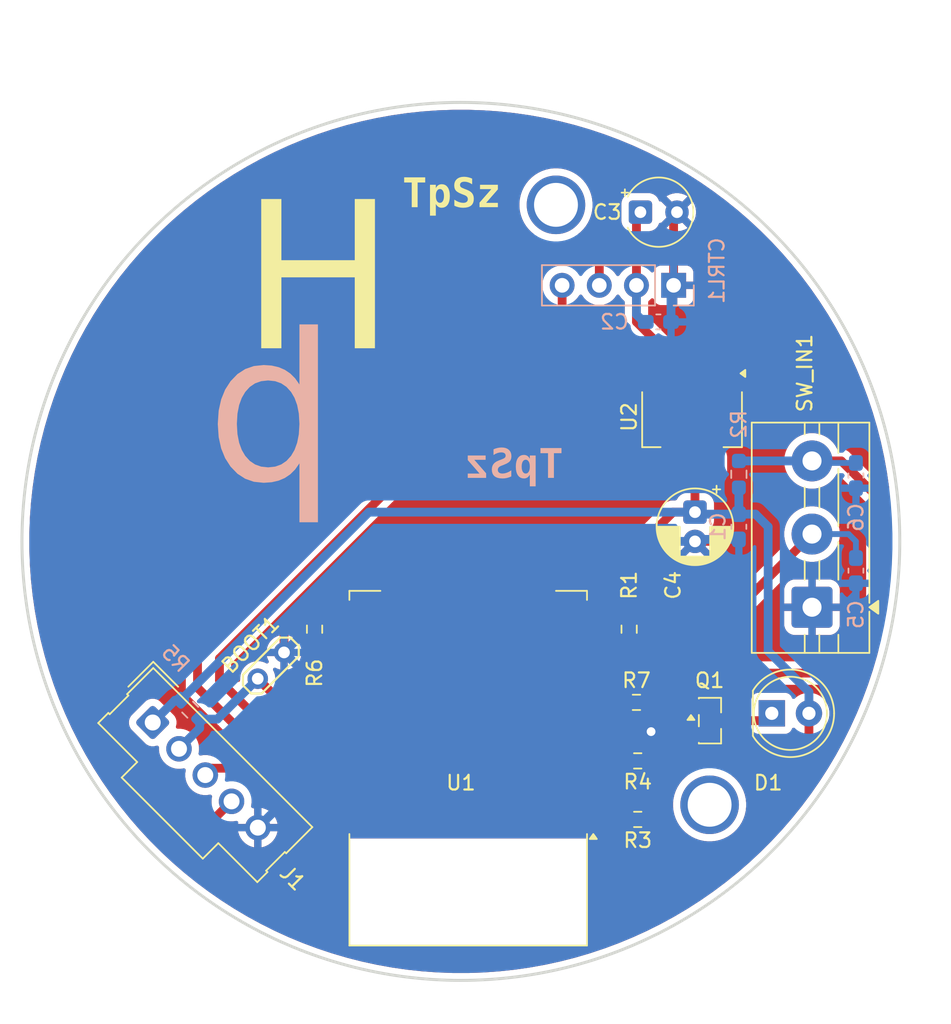
<source format=kicad_pcb>
(kicad_pcb (version 20241229) (generator "pcbnew") (generator_version "9.0")
  (layers (0 "F.Cu" signal) (2 "B.Cu" signal) (13 "F.Paste" user) (15 "B.Paste" user) (5 "F.SilkS" user "F.Silkscreen") (7 "B.SilkS" user "B.Silkscreen") (1 "F.Mask" user) (3 "B.Mask" user) (25 "Edge.Cuts" user))
  (net 0 "")
  (net 1 "BOOT")
  (net 2 "GND")
  (net 3 "DOWN")
  (net 4 "UP")
  (net 5 "+3V3")
  (net 6 "Net-(U1-~{RST})")
  (net 7 "Net-(U1-EN)")
  (net 8 "Net-(U1-GPIO15)")
  (net 9 "IR")
  (net 10 "Net-(Q1-B)")
  (net 14 "RELAY_EN")
  (net 18 "TX")
  (net 21 "RX")
  (net 23 "SSR_EN")
  (net 24 "+12V")
  (net 25 "Net-(D1-K)")
  (footprint "Resistor_SMD:R_0603_1608Metric_Pad0.98x0.95mm_HandSolder" (layer "F.Cu") (at 108.5 113 180)
    (property "Reference" "R7" (at 0 1.5 0) (layer "F.SilkS"))
    (property "Value" "120")
    (fp_line (start -0.254724 0.5225) (end 0.254724 0.5225) (stroke (width 0.12)) (layer "F.SilkS"))
    (fp_line (start -0.254724 -0.5225) (end 0.254724 -0.5225) (stroke (width 0.12)) (layer "F.SilkS"))
    (pad "1" smd roundrect (at -0.9125 0 180) (size 0.975 0.95) (layers "F.Cu" "F.Mask" "F.Paste") (net 10 "Net-(Q1-B)"))
    (pad "2" smd roundrect (at 0.9125 0 180) (size 0.975 0.95) (layers "F.Cu" "F.Mask" "F.Paste") (net 9 "IR"))
  )
  (footprint "Package_TO_SOT_SMD:SOT-23" (layer "F.Cu") (at 113.525 114.25)
    (property "Reference" "Q1" (at -0.025 -2.75 0) (layer "F.SilkS"))
    (property "Value" "BC817")
    (fp_line (start -0.76 -1.56) (end 0.76 -1.56) (stroke (width 0.12)) (layer "F.SilkS"))
    (fp_line (start -0.76 -1.51) (end -0.76 -1.56) (stroke (width 0.12)) (layer "F.SilkS"))
    (fp_line (start -0.76 0.39) (end -0.76 -0.39) (stroke (width 0.12)) (layer "F.SilkS"))
    (fp_line (start -0.76 1.56) (end -0.76 1.51) (stroke (width 0.12)) (layer "F.SilkS"))
    (fp_line (start 0.76 -1.56) (end 0.76 -0.56) (stroke (width 0.12)) (layer "F.SilkS"))
    (fp_line (start 0.76 0.56) (end 0.76 1.56) (stroke (width 0.12)) (layer "F.SilkS"))
    (fp_line (start 0.76 1.56) (end -0.76 1.56) (stroke (width 0.12)) (layer "F.SilkS"))
    (fp_poly (pts (xy -1.3 -0.38) (xy -1.06 -0.05) (xy -1.54 -0.05)) (stroke (width 0.12)) (fill yes) (layer "F.SilkS"))
    (pad "1" smd roundrect (at -0.9375 -0.95) (size 1.475 0.6) (layers "F.Cu" "F.Mask" "F.Paste") (net 10 "Net-(Q1-B)"))
    (pad "2" smd roundrect (at -0.9375 0.95) (size 1.475 0.6) (layers "F.Cu" "F.Mask" "F.Paste") (net 2 "GND"))
    (pad "3" smd roundrect (at 0.9375 0) (size 1.475 0.6) (layers "F.Cu" "F.Mask" "F.Paste") (net 25 "Net-(D1-K)"))
  )
  (footprint "Connector_Molex:Molex_SL_171971-0005_1x05_P2.54mm_Vertical" (layer "F.Cu") (at 75.438228 114.377568 -45)
    (property "Reference" "J1" (at 14.272388 0.75 135) (layer "F.SilkS"))
    (property "Value" "Conn_01x05_Pin" (hide yes))
    (fp_line (start -2.61 2.66) (end 1.16 2.66) (stroke (width 0.12)) (layer "F.SilkS"))
    (fp_line (start -2.61 1.68) (end -2.61 2.66) (stroke (width 0.12)) (layer "F.SilkS"))
    (fp_line (start -2.48 1.68) (end -2.61 1.68) (stroke (width 0.12)) (layer "F.SilkS"))
    (fp_line (start 1.16 4.16) (end 9 4.16) (stroke (width 0.12)) (layer "F.SilkS"))
    (fp_line (start -2.61 -0.13) (end -2.48 -0.13) (stroke (width 0.12)) (layer "F.SilkS"))
    (fp_line (start -2.91 -0.55) (end -2.91 -2.96) (stroke (width 0.12)) (layer "F.SilkS"))
    (fp_line (start -2.48 -0.13) (end -2.48 1.68) (stroke (width 0.12)) (layer "F.SilkS"))
    (fp_line (start 1.16 2.66) (end 1.16 4.16) (stroke (width 0.12)) (layer "F.SilkS"))
    (fp_line (start -2.91 -2.96) (end -0.499999 -2.96) (stroke (width 0.12)) (layer "F.SilkS"))
    (fp_line (start -2.61 -2.66) (end -2.61 -0.13) (stroke (width 0.12)) (layer "F.SilkS"))
    (fp_line (start 9 4.16) (end 9 2.66) (stroke (width 0.12)) (layer "F.SilkS"))
    (fp_line (start 9 2.66) (end 12.770001 2.66) (stroke (width 0.12)) (layer "F.SilkS"))
    (fp_line (start 12.770001 2.66) (end 12.77 1.68) (stroke (width 0.12)) (layer "F.SilkS"))
    (fp_line (start 12.64 1.68) (end 12.64 -0.13) (stroke (width 0.12)) (layer "F.SilkS"))
    (fp_line (start 12.77 1.68) (end 12.64 1.68) (stroke (width 0.12)) (layer "F.SilkS"))
    (fp_line (start 12.64 -0.13) (end 12.77 -0.129999) (stroke (width 0.12)) (layer "F.SilkS"))
    (fp_line (start 12.77 -0.129999) (end 12.770001 -2.66) (stroke (width 0.12)) (layer "F.SilkS"))
    (fp_line (start 12.770001 -2.66) (end -2.61 -2.66) (stroke (width 0.12)) (layer "F.SilkS"))
    (pad "1" thru_hole roundrect (at 0 0 315) (size 1.74 1.74) (drill 1.09) (layers "*.Cu" "*.Mask") (roundrect_rratio 0.143678) (net 5 "+3V3"))
    (pad "2" thru_hole circle (at 2.54 0 315) (size 1.74 1.74) (drill 1.09) (layers "*.Cu" "*.Mask") (net 1 "BOOT"))
    (pad "3" thru_hole circle (at 5.079999 0 315) (size 1.74 1.74) (drill 1.09) (layers "*.Cu" "*.Mask") (net 21 "RX"))
    (pad "4" thru_hole circle (at 7.62 0 315) (size 1.74 1.74) (drill 1.09) (layers "*.Cu" "*.Mask") (net 18 "TX"))
    (pad "5" thru_hole circle (at 10.16 0 315) (size 1.74 1.74) (drill 1.09) (layers "*.Cu" "*.Mask") (net 2 "GND"))
  )
  (footprint "LED_THT:LED_D5.0mm_Clear" (layer "F.Cu") (at 117.75 113.75)
    (property "Reference" "D1" (at -0.25 4.75 0) (layer "F.SilkS"))
    (property "Value" "LED")
    (fp_line (start -1.29 -1.545) (end -1.29 1.545) (stroke (width 0.12)) (layer "F.SilkS"))
    (fp_arc (start -1.29 -1.54483) (mid 2.071779 -2.880495) (end 4.26 0) (stroke (width 0.12)) (layer "F.SilkS"))
    (fp_arc (start 4.26 0) (mid 2.071779 2.880495) (end -1.29 1.54483) (stroke (width 0.12)) (layer "F.SilkS"))
    (fp_circle (center 1.27 0) (end 3.77 0) (stroke (width 0.12)) (fill no) (layer "F.SilkS"))
    (pad "1" thru_hole rect (at 0 0) (size 1.8 1.8) (drill 0.9) (layers "*.Cu" "*.Mask") (net 25 "Net-(D1-K)"))
    (pad "2" thru_hole circle (at 2.54 0) (size 1.8 1.8) (drill 0.9) (layers "*.Cu" "*.Mask") (net 5 "+3V3"))
  )
  (footprint "Capacitor_THT:CP_Radial_D5.0mm_P2.00mm" (layer "F.Cu") (at 112.5 100 -90)
    (property "Reference" "C4" (at 5 1.5 90) (layer "F.SilkS"))
    (property "Value" "100uF")
    (fp_line (start 1 1.04) (end 1 2.58) (stroke (width 0.12)) (layer "F.SilkS"))
    (fp_line (start 1.04 1.04) (end 1.04 2.58) (stroke (width 0.12)) (layer "F.SilkS"))
    (fp_line (start 1.08 1.04) (end 1.08 2.579) (stroke (width 0.12)) (layer "F.SilkS"))
    (fp_line (start 1.12 1.04) (end 1.12 2.577) (stroke (width 0.12)) (layer "F.SilkS"))
    (fp_line (start 1.16 1.04) (end 1.16 2.575) (stroke (width 0.12)) (layer "F.SilkS"))
    (fp_line (start 1.2 1.04) (end 1.2 2.572) (stroke (width 0.12)) (layer "F.SilkS"))
    (fp_line (start 1.24 1.04) (end 1.24 2.569) (stroke (width 0.12)) (layer "F.SilkS"))
    (fp_line (start 1.28 1.04) (end 1.28 2.565) (stroke (width 0.12)) (layer "F.SilkS"))
    (fp_line (start 1.32 1.04) (end 1.32 2.56) (stroke (width 0.12)) (layer "F.SilkS"))
    (fp_line (start 1.36 1.04) (end 1.36 2.555) (stroke (width 0.12)) (layer "F.SilkS"))
    (fp_line (start 1.4 1.04) (end 1.4 2.549) (stroke (width 0.12)) (layer "F.SilkS"))
    (fp_line (start 1.44 1.04) (end 1.44 2.543) (stroke (width 0.12)) (layer "F.SilkS"))
    (fp_line (start 1.48 1.04) (end 1.48 2.536) (stroke (width 0.12)) (layer "F.SilkS"))
    (fp_line (start 1.52 1.04) (end 1.52 2.528) (stroke (width 0.12)) (layer "F.SilkS"))
    (fp_line (start 1.56 1.04) (end 1.56 2.519) (stroke (width 0.12)) (layer "F.SilkS"))
    (fp_line (start 1.6 1.04) (end 1.6 2.51) (stroke (width 0.12)) (layer "F.SilkS"))
    (fp_line (start 1.64 1.04) (end 1.64 2.501) (stroke (width 0.12)) (layer "F.SilkS"))
    (fp_line (start 1.68 1.04) (end 1.68 2.49) (stroke (width 0.12)) (layer "F.SilkS"))
    (fp_line (start 1.72 1.04) (end 1.72 2.479) (stroke (width 0.12)) (layer "F.SilkS"))
    (fp_line (start 1.76 1.04) (end 1.76 2.467) (stroke (width 0.12)) (layer "F.SilkS"))
    (fp_line (start 1.8 1.04) (end 1.8 2.455) (stroke (width 0.12)) (layer "F.SilkS"))
    (fp_line (start 1.84 1.04) (end 1.84 2.442) (stroke (width 0.12)) (layer "F.SilkS"))
    (fp_line (start 1.88 1.04) (end 1.88 2.428) (stroke (width 0.12)) (layer "F.SilkS"))
    (fp_line (start 1.92 1.04) (end 1.92 2.413) (stroke (width 0.12)) (layer "F.SilkS"))
    (fp_line (start 1.96 1.04) (end 1.96 2.398) (stroke (width 0.12)) (layer "F.SilkS"))
    (fp_line (start 2 1.04) (end 2 2.382) (stroke (width 0.12)) (layer "F.SilkS"))
    (fp_line (start 2.04 1.04) (end 2.04 2.365) (stroke (width 0.12)) (layer "F.SilkS"))
    (fp_line (start 2.08 1.04) (end 2.08 2.347) (stroke (width 0.12)) (layer "F.SilkS"))
    (fp_line (start 2.12 1.04) (end 2.12 2.329) (stroke (width 0.12)) (layer "F.SilkS"))
    (fp_line (start 2.16 1.04) (end 2.16 2.309) (stroke (width 0.12)) (layer "F.SilkS"))
    (fp_line (start 2.2 1.04) (end 2.2 2.289) (stroke (width 0.12)) (layer "F.SilkS"))
    (fp_line (start 2.24 1.04) (end 2.24 2.268) (stroke (width 0.12)) (layer "F.SilkS"))
    (fp_line (start 2.28 1.04) (end 2.28 2.246) (stroke (width 0.12)) (layer "F.SilkS"))
    (fp_line (start 2.32 1.04) (end 2.32 2.223) (stroke (width 0.12)) (layer "F.SilkS"))
    (fp_line (start 2.36 1.04) (end 2.36 2.199) (stroke (width 0.12)) (layer "F.SilkS"))
    (fp_line (start 2.4 1.04) (end 2.4 2.175) (stroke (width 0.12)) (layer "F.SilkS"))
    (fp_line (start 2.44 1.04) (end 2.44 2.149) (stroke (width 0.12)) (layer "F.SilkS"))
    (fp_line (start 2.48 1.04) (end 2.48 2.122) (stroke (width 0.12)) (layer "F.SilkS"))
    (fp_line (start 2.52 1.04) (end 2.52 2.094) (stroke (width 0.12)) (layer "F.SilkS"))
    (fp_line (start 2.56 1.04) (end 2.56 2.065) (stroke (width 0.12)) (layer "F.SilkS"))
    (fp_line (start 2.6 1.04) (end 2.6 2.035) (stroke (width 0.12)) (layer "F.SilkS"))
    (fp_line (start 2.64 1.04) (end 2.64 2.003) (stroke (width 0.12)) (layer "F.SilkS"))
    (fp_line (start 2.68 1.04) (end 2.68 1.97) (stroke (width 0.12)) (layer "F.SilkS"))
    (fp_line (start 2.72 1.04) (end 2.72 1.936) (stroke (width 0.12)) (layer "F.SilkS"))
    (fp_line (start 2.76 1.04) (end 2.76 1.901) (stroke (width 0.12)) (layer "F.SilkS"))
    (fp_line (start 2.8 1.04) (end 2.8 1.864) (stroke (width 0.12)) (layer "F.SilkS"))
    (fp_line (start 2.84 1.04) (end 2.84 1.825) (stroke (width 0.12)) (layer "F.SilkS"))
    (fp_line (start 2.88 1.04) (end 2.88 1.785) (stroke (width 0.12)) (layer "F.SilkS"))
    (fp_line (start 2.92 1.04) (end 2.92 1.743) (stroke (width 0.12)) (layer "F.SilkS"))
    (fp_line (start 2.96 1.04) (end 2.96 1.699) (stroke (width 0.12)) (layer "F.SilkS"))
    (fp_line (start 3 1.04) (end 3 1.652) (stroke (width 0.12)) (layer "F.SilkS"))
    (fp_line (start 3.6 -0.283) (end 3.6 0.283) (stroke (width 0.12)) (layer "F.SilkS"))
    (fp_line (start 3.56 -0.517) (end 3.56 0.517) (stroke (width 0.12)) (layer "F.SilkS"))
    (fp_line (start 3.52 -0.677) (end 3.52 0.677) (stroke (width 0.12)) (layer "F.SilkS"))
    (fp_line (start 3.48 -0.805) (end 3.48 0.805) (stroke (width 0.12)) (layer "F.SilkS"))
    (fp_line (start 3.44 -0.914) (end 3.44 0.914) (stroke (width 0.12)) (layer "F.SilkS"))
    (fp_line (start 3.4 -1.011) (end 3.4 1.011) (stroke (width 0.12)) (layer "F.SilkS"))
    (fp_line (start 3.36 -1.098) (end 3.36 1.098) (stroke (width 0.12)) (layer "F.SilkS"))
    (fp_line (start 3.32 -1.177) (end 3.32 1.177) (stroke (width 0.12)) (layer "F.SilkS"))
    (fp_line (start 3.28 -1.251) (end 3.28 1.251) (stroke (width 0.12)) (layer "F.SilkS"))
    (fp_line (start 3.24 -1.319) (end 3.24 1.319) (stroke (width 0.12)) (layer "F.SilkS"))
    (fp_line (start 3.2 -1.383) (end 3.2 1.383) (stroke (width 0.12)) (layer "F.SilkS"))
    (fp_line (start 3.16 -1.443) (end 3.16 1.443) (stroke (width 0.12)) (layer "F.SilkS"))
    (fp_line (start -1.804775 -1.475) (end -1.304775 -1.475) (stroke (width 0.12)) (layer "F.SilkS"))
    (fp_line (start 3.12 -1.499) (end 3.12 1.499) (stroke (width 0.12)) (layer "F.SilkS"))
    (fp_line (start 3.08 -1.553) (end 3.08 1.553) (stroke (width 0.12)) (layer "F.SilkS"))
    (fp_line (start 3.04 -1.604) (end 3.04 1.604) (stroke (width 0.12)) (layer "F.SilkS"))
    (fp_line (start 3 -1.652) (end 3 -1.04) (stroke (width 0.12)) (layer "F.SilkS"))
    (fp_line (start 2.96 -1.699) (end 2.96 -1.04) (stroke (width 0.12)) (layer "F.SilkS"))
    (fp_line (start -1.554775 -1.725) (end -1.554775 -1.225) (stroke (width 0.12)) (layer "F.SilkS"))
    (fp_line (start 2.92 -1.743) (end 2.92 -1.04) (stroke (width 0.12)) (layer "F.SilkS"))
    (fp_line (start 2.88 -1.785) (end 2.88 -1.04) (stroke (width 0.12)) (layer "F.SilkS"))
    (fp_line (start 2.84 -1.825) (end 2.84 -1.04) (stroke (width 0.12)) (layer "F.SilkS"))
    (fp_line (start 2.8 -1.864) (end 2.8 -1.04) (stroke (width 0.12)) (layer "F.SilkS"))
    (fp_line (start 2.76 -1.901) (end 2.76 -1.04) (stroke (width 0.12)) (layer "F.SilkS"))
    (fp_line (start 2.72 -1.936) (end 2.72 -1.04) (stroke (width 0.12)) (layer "F.SilkS"))
    (fp_line (start 2.68 -1.97) (end 2.68 -1.04) (stroke (width 0.12)) (layer "F.SilkS"))
    (fp_line (start 2.64 -2.003) (end 2.64 -1.04) (stroke (width 0.12)) (layer "F.SilkS"))
    (fp_line (start 2.6 -2.035) (end 2.6 -1.04) (stroke (width 0.12)) (layer "F.SilkS"))
    (fp_line (start 2.56 -2.065) (end 2.56 -1.04) (stroke (width 0.12)) (layer "F.SilkS"))
    (fp_line (start 2.52 -2.094) (end 2.52 -1.04) (stroke (width 0.12)) (layer "F.SilkS"))
    (fp_line (start 2.48 -2.122) (end 2.48 -1.04) (stroke (width 0.12)) (layer "F.SilkS"))
    (fp_line (start 2.44 -2.149) (end 2.44 -1.04) (stroke (width 0.12)) (layer "F.SilkS"))
    (fp_line (start 2.4 -2.175) (end 2.4 -1.04) (stroke (width 0.12)) (layer "F.SilkS"))
    (fp_line (start 2.36 -2.199) (end 2.36 -1.04) (stroke (width 0.12)) (layer "F.SilkS"))
    (fp_line (start 2.32 -2.223) (end 2.32 -1.04) (stroke (width 0.12)) (layer "F.SilkS"))
    (fp_line (start 2.28 -2.246) (end 2.28 -1.04) (stroke (width 0.12)) (layer "F.SilkS"))
    (fp_line (start 2.24 -2.268) (end 2.24 -1.04) (stroke (width 0.12)) (layer "F.SilkS"))
    (fp_line (start 2.2 -2.289) (end 2.2 -1.04) (stroke (width 0.12)) (layer "F.SilkS"))
    (fp_line (start 2.16 -2.309) (end 2.16 -1.04) (stroke (width 0.12)) (layer "F.SilkS"))
    (fp_line (start 2.12 -2.329) (end 2.12 -1.04) (stroke (width 0.12)) (layer "F.SilkS"))
    (fp_line (start 2.08 -2.347) (end 2.08 -1.04) (stroke (width 0.12)) (layer "F.SilkS"))
    (fp_line (start 2.04 -2.365) (end 2.04 -1.04) (stroke (width 0.12)) (layer "F.SilkS"))
    (fp_line (start 2 -2.382) (end 2 -1.04) (stroke (width 0.12)) (layer "F.SilkS"))
    (fp_line (start 1.96 -2.398) (end 1.96 -1.04) (stroke (width 0.12)) (layer "F.SilkS"))
    (fp_line (start 1.92 -2.413) (end 1.92 -1.04) (stroke (width 0.12)) (layer "F.SilkS"))
    (fp_line (start 1.88 -2.428) (end 1.88 -1.04) (stroke (width 0.12)) (layer "F.SilkS"))
    (fp_line (start 1.84 -2.442) (end 1.84 -1.04) (stroke (width 0.12)) (layer "F.SilkS"))
    (fp_line (start 1.8 -2.455) (end 1.8 -1.04) (stroke (width 0.12)) (layer "F.SilkS"))
    (fp_line (start 1.76 -2.467) (end 1.76 -1.04) (stroke (width 0.12)) (layer "F.SilkS"))
    (fp_line (start 1.72 -2.479) (end 1.72 -1.04) (stroke (width 0.12)) (layer "F.SilkS"))
    (fp_line (start 1.68 -2.49) (end 1.68 -1.04) (stroke (width 0.12)) (layer "F.SilkS"))
    (fp_line (start 1.64 -2.501) (end 1.64 -1.04) (stroke (width 0.12)) (layer "F.SilkS"))
    (fp_line (start 1.6 -2.51) (end 1.6 -1.04) (stroke (width 0.12)) (layer "F.SilkS"))
    (fp_line (start 1.56 -2.519) (end 1.56 -1.04) (stroke (width 0.12)) (layer "F.SilkS"))
    (fp_line (start 1.52 -2.528) (end 1.52 -1.04) (stroke (width 0.12)) (layer "F.SilkS"))
    (fp_line (start 1.48 -2.536) (end 1.48 -1.04) (stroke (width 0.12)) (layer "F.SilkS"))
    (fp_line (start 1.44 -2.543) (end 1.44 -1.04) (stroke (width 0.12)) (layer "F.SilkS"))
    (fp_line (start 1.4 -2.549) (end 1.4 -1.04) (stroke (width 0.12)) (layer "F.SilkS"))
    (fp_line (start 1.36 -2.555) (end 1.36 -1.04) (stroke (width 0.12)) (layer "F.SilkS"))
    (fp_line (start 1.32 -2.56) (end 1.32 -1.04) (stroke (width 0.12)) (layer "F.SilkS"))
    (fp_line (start 1.28 -2.565) (end 1.28 -1.04) (stroke (width 0.12)) (layer "F.SilkS"))
    (fp_line (start 1.24 -2.569) (end 1.24 -1.04) (stroke (width 0.12)) (layer "F.SilkS"))
    (fp_line (start 1.2 -2.572) (end 1.2 -1.04) (stroke (width 0.12)) (layer "F.SilkS"))
    (fp_line (start 1.16 -2.575) (end 1.16 -1.04) (stroke (width 0.12)) (layer "F.SilkS"))
    (fp_line (start 1.12 -2.577) (end 1.12 -1.04) (stroke (width 0.12)) (layer "F.SilkS"))
    (fp_line (start 1.08 -2.579) (end 1.08 -1.04) (stroke (width 0.12)) (layer "F.SilkS"))
    (fp_line (start 1 -2.58) (end 1 -1.04) (stroke (width 0.12)) (layer "F.SilkS"))
    (fp_line (start 1.04 -2.58) (end 1.04 -1.04) (stroke (width 0.12)) (layer "F.SilkS"))
    (fp_circle (center 1 0) (end 3.62 0) (stroke (width 0.12)) (fill no) (layer "F.SilkS"))
    (pad "1" thru_hole roundrect (at 0 0 270) (size 1.6 1.6) (drill 0.8) (layers "*.Cu" "*.Mask") (roundrect_rratio 0.15625) (net 5 "+3V3"))
    (pad "2" thru_hole circle (at 2 0 270) (size 1.6 1.6) (drill 0.8) (layers "*.Cu" "*.Mask") (net 2 "GND"))
  )
  (footprint "Resistor_SMD:R_0603_1608Metric_Pad0.98x0.95mm_HandSolder" (layer "F.Cu") (at 108.5875 121 180)
    (property "Reference" "R3" (at 0 -1.43 0) (layer "F.SilkS"))
    (property "Value" "10k")
    (fp_line (start -0.254724 0.5225) (end 0.254724 0.5225) (stroke (width 0.12)) (layer "F.SilkS"))
    (fp_line (start -0.254724 -0.5225) (end 0.254724 -0.5225) (stroke (width 0.12)) (layer "F.SilkS"))
    (pad "1" smd roundrect (at -0.9125 0 180) (size 0.975 0.95) (layers "F.Cu" "F.Mask" "F.Paste") (net 5 "+3V3"))
    (pad "2" smd roundrect (at 0.9125 0 180) (size 0.975 0.95) (layers "F.Cu" "F.Mask" "F.Paste") (net 6 "Net-(U1-~{RST})"))
  )
  (footprint "TerminalBlock:TerminalBlock_MaiXu_MX126-5.0-03P_1x03_P5.00mm" (layer "F.Cu") (at 120.5 106.5 90)
    (property "Reference" "SW_IN1" (at 16 -0.5 90) (layer "F.SilkS"))
    (property "Value" "Screw_Terminal_01x03" (hide yes))
    (fp_line (start 12.62 -4.12) (end 12.62 3.92) (stroke (width 0.12)) (layer "F.SilkS"))
    (fp_line (start -3.12 -4.12) (end 12.62 -4.12) (stroke (width 0.12)) (layer "F.SilkS"))
    (fp_line (start 11.812 -0.5) (end 12.62 -0.5) (stroke (width 0.12)) (layer "F.SilkS"))
    (fp_line (start 6.812 -0.5) (end 8.188 -0.5) (stroke (width 0.12)) (layer "F.SilkS"))
    (fp_line (start 1.88 -0.5) (end 3.188 -0.5) (stroke (width 0.12)) (layer "F.SilkS"))
    (fp_line (start -3.12 -0.5) (end -1.88 -0.5) (stroke (width 0.12)) (layer "F.SilkS"))
    (fp_line (start 11.812 0.5) (end 12.62 0.5) (stroke (width 0.12)) (layer "F.SilkS"))
    (fp_line (start 6.812 0.5) (end 8.188 0.5) (stroke (width 0.12)) (layer "F.SilkS"))
    (fp_line (start 1.88 0.5) (end 3.188 0.5) (stroke (width 0.12)) (layer "F.SilkS"))
    (fp_line (start -3.12 0.5) (end -1.88 0.5) (stroke (width 0.12)) (layer "F.SilkS"))
    (fp_line (start 10.543 1.8) (end 12.62 1.8) (stroke (width 0.12)) (layer "F.SilkS"))
    (fp_line (start 5.543 1.8) (end 9.457 1.8) (stroke (width 0.12)) (layer "F.SilkS"))
    (fp_line (start 1.88 1.8) (end 4.457 1.8) (stroke (width 0.12)) (layer "F.SilkS"))
    (fp_line (start -3.12 1.8) (end -1.88 1.8) (stroke (width 0.12)) (layer "F.SilkS"))
    (fp_line (start 12.62 3.92) (end 0.3 3.92) (stroke (width 0.12)) (layer "F.SilkS"))
    (fp_line (start -0.3 3.92) (end -3.12 3.92) (stroke (width 0.12)) (layer "F.SilkS"))
    (fp_line (start -3.12 3.92) (end -3.12 -4.12) (stroke (width 0.12)) (layer "F.SilkS"))
    (fp_poly (pts (xy 0 3.92) (xy 0.44 4.53) (xy -0.44 4.53)) (stroke (width 0.12)) (fill yes) (layer "F.SilkS"))
    (pad "1" thru_hole roundrect (at 0 0 90) (size 2.8 2.8) (drill 1.3) (layers "*.Cu" "*.Mask") (roundrect_rratio 0.089286) (net 2 "GND"))
    (pad "2" thru_hole circle (at 5 0 90) (size 2.8 2.8) (drill 1.3) (layers "*.Cu" "*.Mask") (net 3 "DOWN"))
    (pad "3" thru_hole circle (at 10 0 90) (size 2.8 2.8) (drill 1.3) (layers "*.Cu" "*.Mask") (net 4 "UP"))
  )
  (footprint "Capacitor_THT:CP_Radial_Tantal_D4.5mm_P2.50mm" (layer "F.Cu") (at 108.771144 79.5)
    (property "Reference" "C3" (at -2.271144 0 0) (layer "F.SilkS"))
    (property "Value" "10uF")
    (fp_line (start -1.287288 -1.335) (end -0.837288 -1.335) (stroke (width 0.12)) (layer "F.SilkS"))
    (fp_line (start -1.062288 -1.56) (end -1.062288 -1.11) (stroke (width 0.12)) (layer "F.SilkS"))
    (fp_arc (start -0.869741 -1.06) (mid 3.62 0) (end -0.869741 1.06) (stroke (width 0.12)) (layer "F.SilkS"))
    (pad "1" thru_hole roundrect (at 0 0) (size 1.6 1.6) (drill 0.8) (layers "*.Cu" "*.Mask") (roundrect_rratio 0.15625) (net 24 "+12V"))
    (pad "2" thru_hole circle (at 2.5 0) (size 1.6 1.6) (drill 0.8) (layers "*.Cu" "*.Mask") (net 2 "GND"))
  )
  (footprint "Package_TO_SOT_SMD:SOT-223-3_TabPin2" (layer "F.Cu") (at 112.3 93.65 -90)
    (property "Reference" "U2" (at -0.15 4.3 90) (layer "F.SilkS"))
    (property "Value" "LD1117V33")
    (fp_line (start -1.85 3.41) (end 1.91 3.41) (stroke (width 0.12)) (layer "F.SilkS"))
    (fp_line (start 1.91 3.41) (end 1.91 2.15) (stroke (width 0.12)) (layer "F.SilkS"))
    (fp_line (start -1.85 -3.41) (end 1.91 -3.41) (stroke (width 0.12)) (layer "F.SilkS"))
    (fp_line (start 1.91 -3.41) (end 1.91 -2.15) (stroke (width 0.12)) (layer "F.SilkS"))
    (fp_poly (pts (xy -3.13 -3.31) (xy -3.37 -3.64) (xy -2.89 -3.64) (xy -3.13 -3.31)) (stroke (width 0.12)) (fill yes) (layer "F.SilkS"))
    (pad "1" smd roundrect (at -3.15 -2.3 270) (size 2 1.5) (layers "F.Cu" "F.Mask" "F.Paste") (net 2 "GND"))
    (pad "2" smd roundrect (at -3.15 0 270) (size 2 1.5) (layers "F.Cu" "F.Mask" "F.Paste") (net 5 "+3V3"))
    (pad "2" smd roundrect (at 3.15 0 270) (size 2 3.8) (layers "F.Cu" "F.Mask" "F.Paste") (net 5 "+3V3"))
    (pad "3" smd roundrect (at -3.15 2.3 270) (size 2 1.5) (layers "F.Cu" "F.Mask" "F.Paste") (net 24 "+12V"))
  )
  (footprint "Resistor_SMD:R_0603_1608Metric_Pad0.98x0.95mm_HandSolder" (layer "F.Cu") (at 108.5875 117 180)
    (property "Reference" "R4" (at 0 -1.43 0) (layer "F.SilkS"))
    (property "Value" "10k")
    (fp_line (start -0.254724 0.5225) (end 0.254724 0.5225) (stroke (width 0.12)) (layer "F.SilkS"))
    (fp_line (start -0.254724 -0.5225) (end 0.254724 -0.5225) (stroke (width 0.12)) (layer "F.SilkS"))
    (pad "1" smd roundrect (at -0.9125 0 180) (size 0.975 0.95) (layers "F.Cu" "F.Mask" "F.Paste") (net 5 "+3V3"))
    (pad "2" smd roundrect (at 0.9125 0 180) (size 0.975 0.95) (layers "F.Cu" "F.Mask" "F.Paste") (net 7 "Net-(U1-EN)"))
  )
  (footprint "RF_Module:ESP-12E" (layer "F.Cu") (at 97 117.5 180)
    (property "Reference" "U1" (at 0.5 -1 0) (layer "F.SilkS"))
    (property "Value" "ESP-12F")
    (fp_line (start 8.12 12.12) (end 6 12.12) (stroke (width 0.12)) (layer "F.SilkS"))
    (fp_line (start 8.12 11.5) (end 8.12 12.12) (stroke (width 0.12)) (layer "F.SilkS"))
    (fp_line (start 8.12 -12.12) (end 8.12 -4.5) (stroke (width 0.12)) (layer "F.SilkS"))
    (fp_line (start -6 12.12) (end -8.12 12.12) (stroke (width 0.12)) (layer "F.SilkS"))
    (fp_line (start -8.12 12.12) (end -8.12 11.5) (stroke (width 0.12)) (layer "F.SilkS"))
    (fp_line (start -8.12 -4.5) (end -8.12 -12.12) (stroke (width 0.12)) (layer "F.SilkS"))
    (fp_line (start -8.12 -12.12) (end 8.12 -12.12) (stroke (width 0.12)) (layer "F.SilkS"))
    (fp_poly (pts (xy -8.55 -4.5) (xy -8.79 -4.836) (xy -8.31 -4.836) (xy -8.55 -4.5)) (stroke (width 0.12)) (fill yes) (layer "F.SilkS"))
    (pad "1" smd rect (at -7.6 -3.5 180) (size 2.5 1) (layers "F.Cu" "F.Mask" "F.Paste") (net 6 "Net-(U1-~{RST})"))
    (pad "2" smd rect (at -7.6 -1.5 180) (size 2.5 1) (layers "F.Cu" "F.Mask" "F.Paste"))
    (pad "3" smd rect (at -7.6 0.5 180) (size 2.5 1) (layers "F.Cu" "F.Mask" "F.Paste") (net 7 "Net-(U1-EN)"))
    (pad "4" smd rect (at -7.6 2.5 180) (size 2.5 1) (layers "F.Cu" "F.Mask" "F.Paste"))
    (pad "5" smd rect (at -7.6 4.5 180) (size 2.5 1) (layers "F.Cu" "F.Mask" "F.Paste") (net 9 "IR"))
    (pad "6" smd rect (at -7.6 6.5 180) (size 2.5 1) (layers "F.Cu" "F.Mask" "F.Paste") (net 4 "UP"))
    (pad "7" smd rect (at -7.6 8.5 180) (size 2.5 1) (layers "F.Cu" "F.Mask" "F.Paste") (net 3 "DOWN"))
    (pad "8" smd rect (at -7.6 10.5 180) (size 2.5 1) (layers "F.Cu" "F.Mask" "F.Paste") (net 5 "+3V3"))
    (pad "9" smd rect (at -5 12 180) (size 1 1.8) (layers "F.Cu" "F.Mask" "F.Paste"))
    (pad "10" smd rect (at -3 12 180) (size 1 1.8) (layers "F.Cu" "F.Mask" "F.Paste"))
    (pad "11" smd rect (at -1 12 180) (size 1 1.8) (layers "F.Cu" "F.Mask" "F.Paste"))
    (pad "12" smd rect (at 1 12 180) (size 1 1.8) (layers "F.Cu" "F.Mask" "F.Paste"))
    (pad "13" smd rect (at 3 12 180) (size 1 1.8) (layers "F.Cu" "F.Mask" "F.Paste"))
    (pad "14" smd rect (at 5 12 180) (size 1 1.8) (layers "F.Cu" "F.Mask" "F.Paste"))
    (pad "15" smd rect (at 7.6 10.5 180) (size 2.5 1) (layers "F.Cu" "F.Mask" "F.Paste") (net 2 "GND"))
    (pad "16" smd rect (at 7.6 8.5 180) (size 2.5 1) (layers "F.Cu" "F.Mask" "F.Paste") (net 8 "Net-(U1-GPIO15)"))
    (pad "17" smd rect (at 7.6 6.5 180) (size 2.5 1) (layers "F.Cu" "F.Mask" "F.Paste"))
    (pad "18" smd rect (at 7.6 4.5 180) (size 2.5 1) (layers "F.Cu" "F.Mask" "F.Paste") (net 1 "BOOT"))
    (pad "19" smd rect (at 7.6 2.5 180) (size 2.5 1) (layers "F.Cu" "F.Mask" "F.Paste") (net 23 "SSR_EN"))
    (pad "20" smd rect (at 7.6 0.5 180) (size 2.5 1) (layers "F.Cu" "F.Mask" "F.Paste") (net 14 "RELAY_EN"))
    (pad "21" smd rect (at 7.6 -1.5 180) (size 2.5 1) (layers "F.Cu" "F.Mask" "F.Paste") (net 21 "RX"))
    (pad "22" smd rect (at 7.6 -3.5 180) (size 2.5 1) (layers "F.Cu" "F.Mask" "F.Paste") (net 18 "TX"))
    (zone (net 0) (net_name "") (layers "F.Cu" "B.Cu") (connect_pads (clearance 0)) (min_thickness 0.254)
      (keepout (tracks not_allowed) (vias not_allowed) (pads not_allowed) (copperpour not_allowed) (footprints not_allowed))
      (fill (thermal_gap 0.508) (thermal_bridge_width 0.508))
      (polygon (pts (xy 105.12 122.3) (xy 88.88 122.3) (xy 88.88 129.62) (xy 105.12 129.62)))
    )
  )
  (footprint "Resistor_SMD:R_0603_1608Metric_Pad0.98x0.95mm_HandSolder" (layer "F.Cu") (at 108 108 -90)
    (property "Reference" "R1" (at -3 0 90) (layer "F.SilkS"))
    (property "Value" "10k")
    (fp_line (start -0.254724 0.5225) (end 0.254724 0.5225) (stroke (width 0.12)) (layer "F.SilkS"))
    (fp_line (start -0.254724 -0.5225) (end 0.254724 -0.5225) (stroke (width 0.12)) (layer "F.SilkS"))
    (pad "1" smd roundrect (at -0.9125 0 270) (size 0.975 0.95) (layers "F.Cu" "F.Mask" "F.Paste") (net 5 "+3V3"))
    (pad "2" smd roundrect (at 0.9125 0 270) (size 0.975 0.95) (layers "F.Cu" "F.Mask" "F.Paste") (net 3 "DOWN"))
  )
  (footprint "TestPoint:TestPoint_2Pads_Pitch2.54mm_Drill0.8mm" (layer "F.Cu") (at 82.616117 111.383883 45)
    (property "Reference" "BOOT1" (at 1.3 -2 45) (layer "F.SilkS"))
    (property "Value" "FLASH")
    (fp_line (start -0.53 -0.900001) (end 3.07 -0.9) (stroke (width 0.15)) (layer "F.SilkS"))
    (fp_line (start -1.03 -0.4) (end -0.53 -0.900001) (stroke (width 0.15)) (layer "F.SilkS"))
    (fp_line (start -1.03 0.4) (end -1.03 -0.4) (stroke (width 0.15)) (layer "F.SilkS"))
    (fp_line (start -0.53 0.900001) (end -1.03 0.4) (stroke (width 0.15)) (layer "F.SilkS"))
    (fp_line (start 3.07 -0.9) (end 3.57 -0.4) (stroke (width 0.15)) (layer "F.SilkS"))
    (fp_line (start 3.57 -0.4) (end 3.57 0.4) (stroke (width 0.15)) (layer "F.SilkS"))
    (fp_line (start 3.57 0.4) (end 3.07 0.9) (stroke (width 0.15)) (layer "F.SilkS"))
    (fp_line (start 3.07 0.9) (end -0.53 0.900001) (stroke (width 0.15)) (layer "F.SilkS"))
    (pad "1" thru_hole circle (at 0 0 45) (size 1.4 1.4) (drill 0.8) (layers "*.Cu" "*.Mask") (net 1 "BOOT"))
    (pad "2" thru_hole circle (at 2.54 0 45) (size 1.4 1.4) (drill 0.8) (layers "*.Cu" "*.Mask") (net 2 "GND"))
  )
  (footprint "Resistor_SMD:R_0603_1608Metric_Pad0.98x0.95mm_HandSolder" (layer "F.Cu") (at 86.5 108 90)
    (property "Reference" "R6" (at -3 0 90) (layer "F.SilkS"))
    (property "Value" "10k")
    (fp_line (start -0.254724 -0.5225) (end 0.254724 -0.5225) (stroke (width 0.12)) (layer "F.SilkS"))
    (fp_line (start -0.254724 0.5225) (end 0.254724 0.5225) (stroke (width 0.12)) (layer "F.SilkS"))
    (pad "1" smd roundrect (at -0.9125 0 90) (size 0.975 0.95) (layers "F.Cu" "F.Mask" "F.Paste") (net 8 "Net-(U1-GPIO15)"))
    (pad "2" smd roundrect (at 0.9125 0 90) (size 0.975 0.95) (layers "F.Cu" "F.Mask" "F.Paste") (net 2 "GND"))
  )
  (footprint "Resistor_SMD:R_0603_1608Metric_Pad0.98x0.95mm_HandSolder" (layer "B.Cu") (at 78 113.5 -45)
    (property "Reference" "R5" (at -3.181981 -1.767767 135) (layer "B.SilkS") (effects (justify mirror)))
    (property "Value" "10k")
    (fp_line (start -0.254725 0.5225) (end 0.254723 0.5225) (stroke (width 0.12)) (layer "B.SilkS"))
    (fp_line (start -0.254723 -0.5225) (end 0.254725 -0.5225) (stroke (width 0.12)) (layer "B.SilkS"))
    (pad "1" smd roundrect (at -0.912499 -0.000001 315) (size 0.975 0.95) (layers "B.Cu" "B.Mask" "B.Paste") (net 5 "+3V3"))
    (pad "2" smd roundrect (at 0.912499 0.000001 315) (size 0.975 0.95) (layers "B.Cu" "B.Mask" "B.Paste") (net 1 "BOOT"))
  )
  (footprint "Capacitor_SMD:C_0603_1608Metric_Pad1.08x0.95mm_HandSolder" (layer "B.Cu") (at 123.5 97.5 -90)
    (property "Reference" "C6" (at 2.8625 0 90) (layer "B.SilkS") (effects (justify mirror)))
    (property "Value" "1uF")
    (fp_line (start -0.146267 0.51) (end 0.146267 0.51) (stroke (width 0.12)) (layer "B.SilkS"))
    (fp_line (start -0.146267 -0.51) (end 0.146267 -0.51) (stroke (width 0.12)) (layer "B.SilkS"))
    (pad "1" smd roundrect (at -0.8625 0 270) (size 1.075 0.95) (layers "B.Cu" "B.Mask" "B.Paste") (net 4 "UP"))
    (pad "2" smd roundrect (at 0.8625 0 270) (size 1.075 0.95) (layers "B.Cu" "B.Mask" "B.Paste") (net 2 "GND"))
  )
  (footprint "Capacitor_SMD:C_0603_1608Metric_Pad1.08x0.95mm_HandSolder" (layer "B.Cu") (at 110 87)
    (property "Reference" "C2" (at -3 0 0) (layer "B.SilkS") (effects (justify mirror)))
    (property "Value" "100nF")
    (fp_line (start -0.146267 -0.51) (end 0.146267 -0.51) (stroke (width 0.12)) (layer "B.SilkS"))
    (fp_line (start -0.146267 0.51) (end 0.146267 0.51) (stroke (width 0.12)) (layer "B.SilkS"))
    (pad "1" smd roundrect (at -0.8625 0) (size 1.075 0.95) (layers "B.Cu" "B.Mask" "B.Paste") (net 24 "+12V"))
    (pad "2" smd roundrect (at 0.8625 0) (size 1.075 0.95) (layers "B.Cu" "B.Mask" "B.Paste") (net 2 "GND"))
  )
  (footprint "Connector_PinHeader_2.54mm:PinHeader_1x04_P2.54mm_Vertical" (layer "B.Cu") (at 111.04 84.5 90)
    (property "Reference" "CTRL1" (at 1 2.96 90) (layer "B.SilkS") (effects (justify mirror)))
    (property "Value" "Conn_01x04_Socket")
    (fp_line (start -1.38 -9) (end 1.38 -9) (stroke (width 0.12)) (layer "B.SilkS"))
    (fp_line (start 1.38 -1.27) (end 1.38 -9) (stroke (width 0.12)) (layer "B.SilkS"))
    (fp_line (start -1.38 -1.27) (end -1.38 -9) (stroke (width 0.12)) (layer "B.SilkS"))
    (fp_line (start -1.38 -1.27) (end 1.38 -1.27) (stroke (width 0.12)) (layer "B.SilkS"))
    (fp_line (start -1.38 0) (end -1.38 1.38) (stroke (width 0.12)) (layer "B.SilkS"))
    (fp_line (start -1.38 1.38) (end 0 1.38) (stroke (width 0.12)) (layer "B.SilkS"))
    (pad "1" thru_hole rect (at 0 0 90) (size 1.7 1.7) (drill 1) (layers "*.Cu" "*.Mask") (net 2 "GND"))
    (pad "2" thru_hole circle (at 0 -2.54 90) (size 1.7 1.7) (drill 1) (layers "*.Cu" "*.Mask") (net 24 "+12V"))
    (pad "3" thru_hole circle (at 0 -5.08 90) (size 1.7 1.7) (drill 1) (layers "*.Cu" "*.Mask") (net 14 "RELAY_EN"))
    (pad "4" thru_hole circle (at 0 -7.62 90) (size 1.7 1.7) (drill 1) (layers "*.Cu" "*.Mask") (net 23 "SSR_EN"))
  )
  (footprint "Capacitor_SMD:C_0603_1608Metric_Pad1.08x0.95mm_HandSolder" (layer "B.Cu") (at 115.5 101 -90)
    (property "Reference" "C1" (at 0 1.43 90) (layer "B.SilkS") (effects (justify mirror)))
    (property "Value" "1uF")
    (fp_line (start -0.146267 0.51) (end 0.146267 0.51) (stroke (width 0.12)) (layer "B.SilkS"))
    (fp_line (start -0.146267 -0.51) (end 0.146267 -0.51) (stroke (width 0.12)) (layer "B.SilkS"))
    (pad "1" smd roundrect (at -0.8625 0 270) (size 1.075 0.95) (layers "B.Cu" "B.Mask" "B.Paste") (net 5 "+3V3"))
    (pad "2" smd roundrect (at 0.8625 0 270) (size 1.075 0.95) (layers "B.Cu" "B.Mask" "B.Paste") (net 2 "GND"))
  )
  (footprint "Capacitor_SMD:C_0603_1608Metric_Pad1.08x0.95mm_HandSolder" (layer "B.Cu") (at 123.5 104 -90)
    (property "Reference" "C5" (at 3 0 90) (layer "B.SilkS") (effects (justify mirror)))
    (property "Value" "1uF")
    (fp_line (start -0.146267 0.51) (end 0.146267 0.51) (stroke (width 0.12)) (layer "B.SilkS"))
    (fp_line (start -0.146267 -0.51) (end 0.146267 -0.51) (stroke (width 0.12)) (layer "B.SilkS"))
    (pad "1" smd roundrect (at -0.8625 0 270) (size 1.075 0.95) (layers "B.Cu" "B.Mask" "B.Paste") (net 3 "DOWN"))
    (pad "2" smd roundrect (at 0.8625 0 270) (size 1.075 0.95) (layers "B.Cu" "B.Mask" "B.Paste") (net 2 "GND"))
  )
  (footprint "Resistor_SMD:R_0603_1608Metric_Pad0.98x0.95mm_HandSolder" (layer "B.Cu") (at 115.5 97.4125 90)
    (property "Reference" "R2" (at 3.4125 0 90) (layer "B.SilkS") (effects (justify mirror)))
    (property "Value" "10k")
    (fp_line (start -0.254724 -0.5225) (end 0.254724 -0.5225) (stroke (width 0.12)) (layer "B.SilkS"))
    (fp_line (start -0.254724 0.5225) (end 0.254724 0.5225) (stroke (width 0.12)) (layer "B.SilkS"))
    (pad "1" smd roundrect (at -0.9125 0 90) (size 0.975 0.95) (layers "B.Cu" "B.Mask" "B.Paste") (net 5 "+3V3"))
    (pad "2" smd roundrect (at 0.9125 0 90) (size 0.975 0.95) (layers "B.Cu" "B.Mask" "B.Paste") (net 4 "UP"))
  )
  (gr_circle (center 96.5 102) (end 126.5 102) (stroke (width 0.2)) (fill no) (layer "Edge.Cuts"))
  (gr_text "H" (at 92 90.5 0) (layer "F.SilkS") (effects (font (size 10 10) (thickness 0.1)) (justify left bottom mirror)))
  (gr_text "TpSz" (at 92.5 79.5 0) (layer "F.SilkS") (effects (font (size 2 2) (thickness 0.3) (bold yes)) (justify left bottom)))
  (gr_text "þ" (at 88 99.5 -0) (layer "B.SilkS") (effects (font (size 10 10) (thickness 0.1)) (justify left bottom mirror)))
  (gr_text "TpSz" (at 103.5 98 0) (layer "B.SilkS") (effects (font (size 2 2) (thickness 0.3) (bold yes)) (justify left bottom mirror)))
  (via (at 113.5 120) (size 4) (drill 3) (layers "F.Cu" "B.Cu") (net 0))
  (via (at 103 79) (size 4) (drill 3) (layers "F.Cu" "B.Cu") (net 0))
  (segment (start 84.232234 113) (end 82.616117 111.383883) (width 0.6) (layer "F.Cu") (net 1))
  (segment (start 89.4 113) (end 84.232234 113) (width 0.6) (layer "F.Cu") (net 1))
  (segment (start 78.645234 114.145235) (end 79.854765 114.145235) (width 0.6) (layer "B.Cu") (net 1))
  (segment (start 78.645234 114.145235) (end 78.645234 114.762664) (width 0.6) (layer "B.Cu") (net 1))
  (segment (start 78.645234 114.762664) (end 77.234279 116.173619) (width 0.6) (layer "B.Cu") (net 1))
  (segment (start 79.854765 114.145235) (end 82.616117 111.383883) (width 0.6) (layer "B.Cu") (net 1))
  (segment (start 86.5 107.0875) (end 85.4125 107.0875) (width 0.6) (layer "F.Cu") (net 2))
  (segment (start 114 102) (end 116 100) (width 0.6) (layer "F.Cu") (net 2))
  (segment (start 111.04 84.5) (end 111.04 79.731144) (width 0.6) (layer "F.Cu") (net 2))
  (segment (start 86.5 107.0875) (end 89.3125 107.0875) (width 0.6) (layer "F.Cu") (net 2))
  (segment (start 112.5 102) (end 114 102) (width 0.6) (layer "F.Cu") (net 2))
  (segment (start 116 91.9) (end 114.6 90.5) (width 0.6) (layer "F.Cu") (net 2))
  (segment (start 85.4125 107.0875) (end 84.412168 108.087832) (width 0.6) (layer "F.Cu") (net 2))
  (segment (start 111.04 79.731144) (end 111.271144 79.5) (width 0.6) (layer "F.Cu") (net 2))
  (segment (start 84.412168 108.087832) (end 84.412168 109.587832) (width 0.6) (layer "F.Cu") (net 2))
  (segment (start 89.3125 107.0875) (end 89.4 107) (width 0.6) (layer "F.Cu") (net 2))
  (segment (start 116 100) (end 116 91.9) (width 0.6) (layer "F.Cu") (net 2))
  (via (at 109.5 115) (size 1) (drill 0.6) (layers "F.Cu" "B.Cu") (net 2))
  (segment (start 124.6375 104.8625) (end 123.5 104.8625) (width 0.4) (layer "B.Cu") (net 2))
  (segment (start 123.5 104.8625) (end 123.5 105.5) (width 0.4) (layer "B.Cu") (net 2))
  (segment (start 112.5 102) (end 92 102) (width 0.6) (layer "B.Cu") (net 2))
  (segment (start 122.5 106.5) (end 120.5 106.5) (width 0.4) (layer "B.Cu") (net 2))
  (segment (start 123.5 105.5) (end 122.5 106.5) (width 0.4) (layer "B.Cu") (net 2))
  (segment (start 125 104.5) (end 124.6375 104.8625) (width 0.4) (layer "B.Cu") (net 2))
  (segment (start 92 102) (end 84.412168 109.587832) (width 0.6) (layer "B.Cu") (net 2))
  (segment (start 110.8625 84.6775) (end 111.04 84.5) (width 0.6) (layer "B.Cu") (net 2))
  (segment (start 125 99) (end 125 104.5) (width 0.4) (layer "B.Cu") (net 2))
  (segment (start 115.5 101.8625) (end 112.6375 101.8625) (width 0.6) (layer "B.Cu") (net 2))
  (segment (start 123.5 98.3625) (end 124.3625 98.3625) (width 0.4) (layer "B.Cu") (net 2))
  (segment (start 124.3625 98.3625) (end 125 99) (width 0.4) (layer "B.Cu") (net 2))
  (segment (start 82.622433 121.561773) (end 85.5 118.684206) (width 0.6) (layer "B.Cu") (net 2))
  (segment (start 110.8625 87) (end 110.8625 84.6775) (width 0.6) (layer "B.Cu") (net 2))
  (segment (start 85.5 118.684206) (end 85.5 110.675664) (width 0.6) (layer "B.Cu") (net 2))
  (segment (start 112.6375 101.8625) (end 112.5 102) (width 0.6) (layer "B.Cu") (net 2))
  (segment (start 85.5 110.675664) (end 84.412168 109.587832) (width 0.6) (layer "B.Cu") (net 2))
  (segment (start 104.6 109) (end 107.9125 109) (width 0.6) (layer "F.Cu") (net 3))
  (segment (start 113.0875 108.9125) (end 120.5 101.5) (width 0.6) (layer "F.Cu") (net 3))
  (segment (start 107.9125 109) (end 108 108.9125) (width 0.6) (layer "F.Cu") (net 3))
  (segment (start 108 108.9125) (end 113.0875 108.9125) (width 0.6) (layer "F.Cu") (net 3))
  (segment (start 123.5 102) (end 123 101.5) (width 0.4) (layer "B.Cu") (net 3))
  (segment (start 123.5 103.1375) (end 123.5 102) (width 0.4) (layer "B.Cu") (net 3))
  (segment (start 123 101.5) (end 120.5 101.5) (width 0.4) (layer "B.Cu") (net 3))
  (segment (start 125 99) (end 122.5 96.5) (width 0.6) (layer "F.Cu") (net 4))
  (segment (start 104.6 111) (end 122 111) (width 0.6) (layer "F.Cu") (net 4))
  (segment (start 122 111) (end 125 108) (width 0.6) (layer "F.Cu") (net 4))
  (segment (start 125 108) (end 125 99) (width 0.6) (layer "F.Cu") (net 4))
  (segment (start 122.5 96.5) (end 120.5 96.5) (width 0.6) (layer "F.Cu") (net 4))
  (segment (start 120.6375 96.6375) (end 120.5 96.5) (width 0.4) (layer "B.Cu") (net 4))
  (segment (start 115.5 96.5) (end 120.5 96.5) (width 0.6) (layer "B.Cu") (net 4))
  (segment (start 123.5 96.6375) (end 120.6375 96.6375) (width 0.4) (layer "B.Cu") (net 4))
  (segment (start 104.6 107) (end 107.9125 107) (width 0.6) (layer "F.Cu") (net 5))
  (segment (start 112.5 97) (end 112.3 96.8) (width 0.6) (layer "F.Cu") (net 5))
  (segment (start 108 103) (end 111 100) (width 0.6) (layer "F.Cu") (net 5))
  (segment (start 112.5 100) (end 112.5 97) (width 0.6) (layer "F.Cu") (net 5))
  (segment (start 112.3 90.5) (end 112.3 96.8) (width 0.6) (layer "F.Cu") (net 5))
  (segment (start 109.5 117) (end 118.5 117) (width 0.6) (layer "F.Cu") (net 5))
  (segment (start 118.5 117) (end 120.29 115.21) (width 0.6) (layer "F.Cu") (net 5))
  (segment (start 107.9125 107) (end 108 107.0875) (width 0.6) (layer "F.Cu") (net 5))
  (segment (start 111 100) (end 112.5 100) (width 0.6) (layer "F.Cu") (net 5))
  (segment (start 109.5 121) (end 109.5 117) (width 0.6) (layer "F.Cu") (net 5))
  (segment (start 108 107.0875) (end 108 103) (width 0.6) (layer "F.Cu") (net 5))
  (segment (start 120.29 115.21) (end 120.29 113.75) (width 0.6) (layer "F.Cu") (net 5))
  (segment (start 77.354766 112.854765) (end 76.961031 112.854765) (width 0.6) (layer "B.Cu") (net 5))
  (segment (start 117.5 109.5) (end 120.29 112.29) (width 0.6) (layer "B.Cu") (net 5))
  (segment (start 115.5 98.325) (end 115.5 100.1375) (width 0.6) (layer "B.Cu") (net 5))
  (segment (start 112.6375 100.1375) (end 112.5 100) (width 0.6) (layer "B.Cu") (net 5))
  (segment (start 116.6375 100.1375) (end 117.5 101) (width 0.6) (layer "B.Cu") (net 5))
  (segment (start 112.5 100) (end 90.209531 100) (width 0.6) (layer "B.Cu") (net 5))
  (segment (start 117.5 101) (end 117.5 109.5) (width 0.6) (layer "B.Cu") (net 5))
  (segment (start 76.961031 112.854765) (end 75.438228 114.377568) (width 0.6) (layer "B.Cu") (net 5))
  (segment (start 120.29 112.29) (end 120.29 113.75) (width 0.6) (layer "B.Cu") (net 5))
  (segment (start 115.5 100.1375) (end 112.6375 100.1375) (width 0.6) (layer "B.Cu") (net 5))
  (segment (start 115.5 100.1375) (end 116.6375 100.1375) (width 0.6) (layer "B.Cu") (net 5))
  (segment (start 90.209531 100) (end 77.354766 112.854765) (width 0.6) (layer "B.Cu") (net 5))
  (segment (start 104.6875 121) (end 107.675 121) (width 0.6) (layer "F.Cu") (net 6))
  (segment (start 104.6875 117) (end 107.675 117) (width 0.6) (layer "F.Cu") (net 7))
  (segment (start 86.54375 108.95625) (end 86.5 108.9125) (width 0.6) (layer "F.Cu") (net 8))
  (segment (start 86.649371 109) (end 89.4 109) (width 0.6) (layer "F.Cu") (net 8))
  (arc (start 86.649371 109) (mid 86.592209 108.988629) (end 86.54375 108.95625) (width 0.6) (layer "F.Cu") (net 8))
  (segment (start 104.6 113) (end 107.5875 113) (width 0.6) (layer "F.Cu") (net 9))
  (segment (start 109.4125 113) (end 112.2875 113) (width 0.6) (layer "F.Cu") (net 10))
  (segment (start 112.2875 113) (end 112.5875 113.3) (width 0.6) (layer "F.Cu") (net 10))
  (segment (start 100.5 87.5) (end 100.5 82) (width 0.6) (layer "F.Cu") (net 14))
  (segment (start 89.4 117) (end 83.5 117) (width 0.6) (layer "F.Cu") (net 14))
  (segment (start 105.96 82.54) (end 105.96 84.5) (width 0.6) (layer "F.Cu") (net 14))
  (segment (start 105.5 82) (end 106 82.5) (width 0.6) (layer "F.Cu") (net 14))
  (segment (start 78.5 109.5) (end 100.5 87.5) (width 0.6) (layer "F.Cu") (net 14))
  (segment (start 106 82.5) (end 105.96 82.54) (width 0.6) (layer "F.Cu") (net 14))
  (segment (start 100.5 82) (end 105.5 82) (width 0.6) (layer "F.Cu") (net 14))
  (segment (start 83.5 117) (end 78.5 112) (width 0.6) (layer "F.Cu") (net 14))
  (segment (start 78.5 112) (end 78.5 109.5) (width 0.6) (layer "F.Cu") (net 14))
  (segment (start 82.5 125) (end 79.5 122) (width 0.6) (layer "F.Cu") (net 18))
  (segment (start 88.5 121) (end 84.5 125) (width 0.6) (layer "F.Cu") (net 18))
  (segment (start 89.4 121) (end 88.5 121) (width 0.6) (layer "F.Cu") (net 18))
  (segment (start 84.5 125) (end 82.5 125) (width 0.6) (layer "F.Cu") (net 18))
  (segment (start 79.5 122) (end 79.5 121.092104) (width 0.6) (layer "F.Cu") (net 18))
  (segment (start 79.5 121.092104) (end 80.826382 119.765722) (width 0.6) (layer "F.Cu") (net 18))
  (segment (start 79.5 117.5) (end 79.03033 117.96967) (width 0.6) (layer "F.Cu") (net 21))
  (segment (start 81.5 117.5) (end 79.5 117.5) (width 0.6) (layer "F.Cu") (net 21))
  (segment (start 89.4 119) (end 83 119) (width 0.6) (layer "F.Cu") (net 21))
  (segment (start 83 119) (end 81.5 117.5) (width 0.6) (layer "F.Cu") (net 21))
  (segment (start 103.42 86.58) (end 103.42 84.5) (width 0.6) (layer "F.Cu") (net 23))
  (segment (start 83.5 115) (end 80 111.5) (width 0.6) (layer "F.Cu") (net 23))
  (segment (start 89.4 115) (end 83.5 115) (width 0.6) (layer "F.Cu") (net 23))
  (segment (start 80 111.5) (end 80 110) (width 0.6) (layer "F.Cu") (net 23))
  (segment (start 80 110) (end 103.42 86.58) (width 0.6) (layer "F.Cu") (net 23))
  (segment (start 108.5 79.771144) (end 108.771144 79.5) (width 0.6) (layer "F.Cu") (net 24))
  (segment (start 110 88.5) (end 108.5 87) (width 0.6) (layer "F.Cu") (net 24))
  (segment (start 108.5 87) (end 108.5 84.5) (width 0.6) (layer "F.Cu") (net 24))
  (segment (start 110 90.5) (end 110 88.5) (width 0.6) (layer "F.Cu") (net 24))
  (segment (start 108.5 84.5) (end 108.5 79.771144) (width 0.6) (layer "F.Cu") (net 24))
  (segment (start 109 87) (end 108.5 86.5) (width 0.6) (layer "B.Cu") (net 24))
  (segment (start 109.1375 87) (end 109 87) (width 0.6) (layer "B.Cu") (net 24))
  (segment (start 108.5 86.5) (end 108.5 84.5) (width 0.6) (layer "B.Cu") (net 24))
  (segment (start 114.4625 114.25) (end 117.25 114.25) (width 0.6) (layer "F.Cu") (net 25))
  (segment (start 117.25 114.25) (end 117.75 113.75) (width 0.6) (layer "F.Cu") (net 25))
  (zone (net 2) (net_name "GND") (layers "F.Cu" "B.Cu") (connect_pads (clearance 0.5)) (min_thickness 0.25) (fill yes (thermal_gap 0.5) (thermal_bridge_width 0.5))
    (polygon (pts (xy 65 65) (xy 65 135) (xy 130 135) (xy 130 65)))
  )
)
</source>
